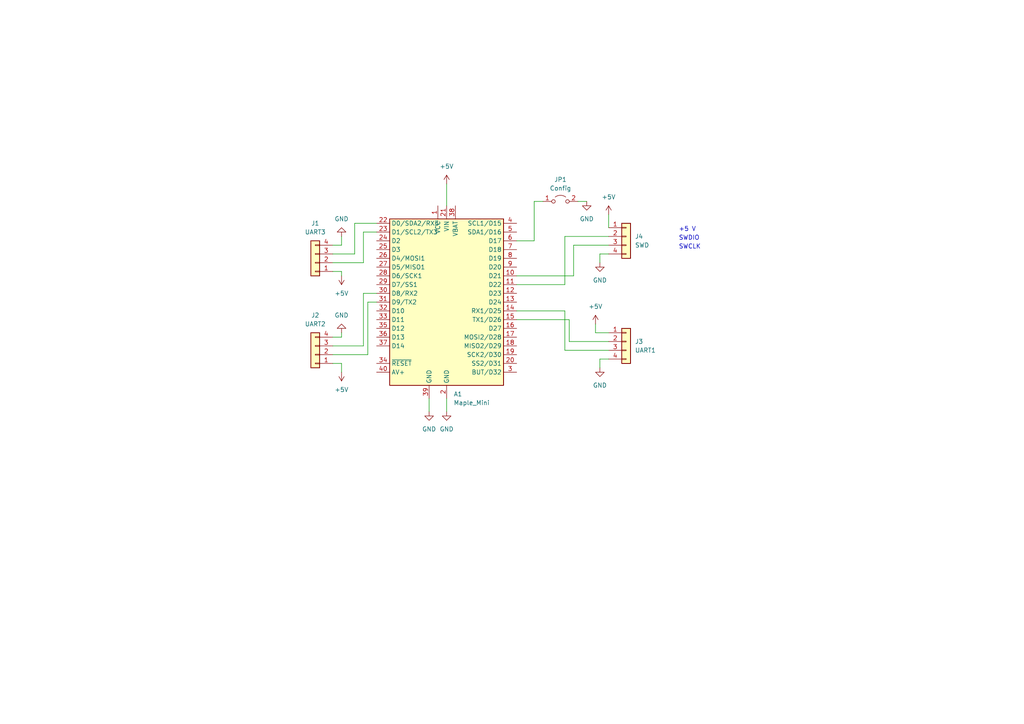
<source format=kicad_sch>
(kicad_sch (version 20211123) (generator eeschema)
  (paper "A4")
  (title_block (title "USB CDC to 3 USART ports "))
  (lib_symbols
    (symbol "Connector_Generic:Conn_01x04" (pin_names (offset 1.016) hide)
      (property "Reference" "J" (at 0 5.08 0))
      (property "Value" "Conn_01x04" (at 0 -7.62 0))
      (symbol "Conn_01x04_1_1"
        (rectangle (start -1.27 -4.953) (end 0 -5.207) (stroke (width 0.1524)))
        (rectangle (start -1.27 -2.413) (end 0 -2.667) (stroke (width 0.1524)))
        (rectangle (start -1.27 0.127) (end 0 -0.127) (stroke (width 0.1524)))
        (rectangle (start -1.27 2.667) (end 0 2.413) (stroke (width 0.1524)))
        (rectangle (start -1.27 3.81) (end 1.27 -6.35) (stroke (width 0.254)) (fill (type background)))
        (pin passive line (at -5.08 2.54 0) (length 3.81) (name "Pin_1") (number "1"))
        (pin passive line (at -5.08 0 0) (length 3.81) (name "Pin_2") (number "2"))
        (pin passive line (at -5.08 -2.54 0) (length 3.81) (name "Pin_3") (number "3"))
        (pin passive line (at -5.08 -5.08 0) (length 3.81) (name "Pin_4") (number "4"))
      )
    )
    (symbol "Jumper:Jumper_2_Open" (pin_names (offset 0) hide)
      (property "Reference" "JP" (at 0 2.794 0))
      (property "Value" "Jumper_2_Open" (at 0 -2.286 0))
      (symbol "Jumper_2_Open_0_0"
        (circle (center -2.032 0) (radius 0.508))
        (circle (center 2.032 0) (radius 0.508))
      )
      (symbol "Jumper_2_Open_0_1"
        (arc (start 1.524 1.27) (mid 0 1.778) (end -1.524 1.27))
      )
      (symbol "Jumper_2_Open_1_1"
        (pin passive line (at -5.08 0 0) (length 2.54) (name "A") (number "1"))
        (pin passive line (at 5.08 0 180) (length 2.54) (name "B") (number "2"))
      )
    )
    (symbol "MCU_Module:Maple_Mini"
      (property "Reference" "A1" (at 2.0194 -26.67 0))
      (property "Value" "Maple_Mini" (at 2.0194 -29.21 0))
      (symbol "Maple_Mini_0_1"
        (rectangle (start -16.51 24.13) (end 16.51 -24.13) (stroke (width 0.254)) (fill (type background)))
      )
      (symbol "Maple_Mini_1_1"
        (pin power_in line (at -2.54 27.94 270) (length 3.81) (name "VCC") (number "1"))
        (pin bidirectional line (at 20.32 7.62 180) (length 3.81) (name "D21") (number "10"))
        (pin bidirectional line (at 20.32 5.08 180) (length 3.81) (name "D22") (number "11"))
        (pin bidirectional line (at 20.32 2.54 180) (length 3.81) (name "D23") (number "12"))
        (pin bidirectional line (at 20.32 0 180) (length 3.81) (name "D24") (number "13"))
        (pin bidirectional line (at 20.32 -2.54 180) (length 3.81) (name "RX1/D25") (number "14"))
        (pin bidirectional line (at 20.32 -5.08 180) (length 3.81) (name "TX1/D26") (number "15"))
        (pin bidirectional line (at 20.32 -7.62 180) (length 3.81) (name "D27") (number "16"))
        (pin bidirectional line (at 20.32 -10.16 180) (length 3.81) (name "MOSI2/D28") (number "17"))
        (pin bidirectional line (at 20.32 -12.7 180) (length 3.81) (name "MISO2/D29") (number "18"))
        (pin bidirectional line (at 20.32 -15.24 180) (length 3.81) (name "SCK2/D30") (number "19"))
        (pin power_in line (at 0 -27.94 90) (length 3.81) (name "GND") (number "2"))
        (pin bidirectional line (at 20.32 -17.78 180) (length 3.81) (name "SS2/D31") (number "20"))
        (pin power_in line (at 0 27.94 270) (length 3.81) (name "VIN") (number "21"))
        (pin bidirectional line (at -20.32 22.86 0) (length 3.81) (name "D0/SDA2/RX3") (number "22"))
        (pin bidirectional line (at -20.32 20.32 0) (length 3.81) (name "D1/SCL2/TX3") (number "23"))
        (pin bidirectional line (at -20.32 17.78 0) (length 3.81) (name "D2") (number "24"))
        (pin bidirectional line (at -20.32 15.24 0) (length 3.81) (name "D3") (number "25"))
        (pin bidirectional line (at -20.32 12.7 0) (length 3.81) (name "D4/MOSI1") (number "26"))
        (pin bidirectional line (at -20.32 10.16 0) (length 3.81) (name "D5/MISO1") (number "27"))
        (pin bidirectional line (at -20.32 7.62 0) (length 3.81) (name "D6/SCK1") (number "28"))
        (pin bidirectional line (at -20.32 5.08 0) (length 3.81) (name "D7/SS1") (number "29"))
        (pin bidirectional line (at 20.32 -20.32 180) (length 3.81) (name "BUT/D32") (number "3"))
        (pin bidirectional line (at -20.32 2.54 0) (length 3.81) (name "D8/RX2") (number "30"))
        (pin bidirectional line (at -20.32 0 0) (length 3.81) (name "D9/TX2") (number "31"))
        (pin bidirectional line (at -20.32 -2.54 0) (length 3.81) (name "D10") (number "32"))
        (pin bidirectional line (at -20.32 -5.08 0) (length 3.81) (name "D11") (number "33"))
        (pin input line (at -20.32 -17.78 0) (length 3.81) (name "~{RESET}") (number "34"))
        (pin bidirectional line (at -20.32 -7.62 0) (length 3.81) (name "D12") (number "35"))
        (pin bidirectional line (at -20.32 -10.16 0) (length 3.81) (name "D13") (number "36"))
        (pin bidirectional line (at -20.32 -12.7 0) (length 3.81) (name "D14") (number "37"))
        (pin power_in line (at 2.54 27.94 270) (length 3.81) (name "VBAT") (number "38"))
        (pin power_in line (at -5.08 -27.94 90) (length 3.81) (name "GND") (number "39"))
        (pin bidirectional line (at 20.32 22.86 180) (length 3.81) (name "SCL1/D15") (number "4"))
        (pin output line (at -20.32 -20.32 0) (length 3.81) (name "AV+") (number "40"))
        (pin bidirectional line (at 20.32 20.32 180) (length 3.81) (name "SDA1/D16") (number "5"))
        (pin bidirectional line (at 20.32 17.78 180) (length 3.81) (name "D17") (number "6"))
        (pin bidirectional line (at 20.32 15.24 180) (length 3.81) (name "D18") (number "7"))
        (pin bidirectional line (at 20.32 12.7 180) (length 3.81) (name "D19") (number "8"))
        (pin bidirectional line (at 20.32 10.16 180) (length 3.81) (name "D20") (number "9"))
      )
    )
    (symbol "power:+5V" (power) (pin_names (offset 0))
      (property "Value" "+5V" (at 0 3.556 0))
      (symbol "+5V_0_1"
        (polyline (pts (xy -0.762 1.27) (xy 0 2.54)))
        (polyline (pts (xy 0 0) (xy 0 2.54)))
        (polyline (pts (xy 0 2.54) (xy 0.762 1.27)))
      )
      (symbol "+5V_1_1"
        (pin power_in line (at 0 0 90) (length 0) hide (name "+5V") (number "1"))
      )
    )
    (symbol "power:GND" (power) (pin_names (offset 0))
      (property "Value" "GND" (at 0 -3.81 0))
      (symbol "GND_0_1"
        (polyline (pts (xy 0 0) (xy 0 -1.27) (xy 1.27 -1.27) (xy 0 -2.54) (xy -1.27 -1.27) (xy 0 -1.27)))
      )
      (symbol "GND_1_1"
        (pin power_in line (at 0 0 270) (length 0) hide (name "GND") (number "1"))
      )
    )
  )
  (wire (pts (xy 96.52 78.74) (xy 99.06 78.74)))
  (wire (pts (xy 96.52 71.12) (xy 99.06 71.12)))
  (wire (pts (xy 165.1 99.06) (xy 176.53 99.06)))
  (wire (pts (xy 149.86 80.01) (xy 166.37 80.01)))
  (wire (pts (xy 166.37 71.12) (xy 176.53 71.12)))
  (wire (pts (xy 106.68 87.63) (xy 106.68 102.87)))
  (wire (pts (xy 105.41 67.31) (xy 105.41 76.2)))
  (wire (pts (xy 173.99 104.14) (xy 173.99 106.68)))
  (wire (pts (xy 102.87 73.66) (xy 96.52 73.66)))
  (wire (pts (xy 172.72 96.52) (xy 172.72 93.98)))
  (wire (pts (xy 99.06 71.12) (xy 99.06 68.58)))
  (wire (pts (xy 163.83 90.17) (xy 163.83 101.6)))
  (wire (pts (xy 173.99 73.66) (xy 173.99 76.2)))
  (wire (pts (xy 149.86 90.17) (xy 163.83 90.17)))
  (wire (pts (xy 163.83 82.55) (xy 163.83 68.58)))
  (wire (pts (xy 105.41 100.33) (xy 96.52 100.33)))
  (wire (pts (xy 176.53 73.66) (xy 173.99 73.66)))
  (wire (pts (xy 96.52 97.79) (xy 99.06 97.79)))
  (wire (pts (xy 149.86 69.85) (xy 154.94 69.85)))
  (wire (pts (xy 99.06 105.41) (xy 99.06 107.95)))
  (wire (pts (xy 149.86 92.71) (xy 165.1 92.71)))
  (wire (pts (xy 165.1 92.71) (xy 165.1 99.06)))
  (wire (pts (xy 109.22 64.77) (xy 102.87 64.77)))
  (wire (pts (xy 149.86 82.55) (xy 163.83 82.55)))
  (wire (pts (xy 99.06 78.74) (xy 99.06 80.01)))
  (wire (pts (xy 99.06 97.79) (xy 99.06 96.52)))
  (wire (pts (xy 154.94 58.42) (xy 157.48 58.42)))
  (wire (pts (xy 129.54 115.57) (xy 129.54 119.38)))
  (wire (pts (xy 163.83 68.58) (xy 176.53 68.58)))
  (wire (pts (xy 167.64 58.42) (xy 170.18 58.42)))
  (wire (pts (xy 176.53 62.23) (xy 176.53 66.04)))
  (wire (pts (xy 109.22 87.63) (xy 106.68 87.63)))
  (wire (pts (xy 106.68 102.87) (xy 96.52 102.87)))
  (wire (pts (xy 154.94 69.85) (xy 154.94 58.42)))
  (wire (pts (xy 129.54 53.34) (xy 129.54 59.69)))
  (wire (pts (xy 109.22 67.31) (xy 105.41 67.31)))
  (wire (pts (xy 176.53 96.52) (xy 172.72 96.52)))
  (wire (pts (xy 166.37 80.01) (xy 166.37 71.12)))
  (wire (pts (xy 124.46 115.57) (xy 124.46 119.38)))
  (wire (pts (xy 176.53 104.14) (xy 173.99 104.14)))
  (wire (pts (xy 109.22 85.09) (xy 105.41 85.09)))
  (wire (pts (xy 102.87 64.77) (xy 102.87 73.66)))
  (wire (pts (xy 105.41 76.2) (xy 96.52 76.2)))
  (wire (pts (xy 105.41 85.09) (xy 105.41 100.33)))
  (wire (pts (xy 163.83 101.6) (xy 176.53 101.6)))
  (wire (pts (xy 96.52 105.41) (xy 99.06 105.41)))
  (text "SWDIO" (at 196.85 69.85 0) (effects (font (size 1.27 1.27)) (justify left bottom)))
  (text "SWCLK\n" (at 196.85 72.39 0) (effects (font (size 1.27 1.27)) (justify left bottom)))
  (text "+5 V" (at 196.85 67.31 0) (effects (font (size 1.27 1.27)) (justify left bottom)))
  (symbol (lib_id "power:+5V") (at 172.72 93.98 0) (unit 1)
    (property "Reference" "#PWR0102" (effects hide))
    (property "Value" "+5V" (at 172.72 88.9 0))
  )
  (symbol (lib_id "power:GND") (at 99.06 96.52 180) (unit 1)
    (property "Reference" "#PWR0108" (effects hide))
    (property "Value" "GND" (at 99.06 91.44 0))
  )
  (symbol (lib_id "power:GND") (at 173.99 106.68 0) (unit 1)
    (property "Reference" "#PWR0101" (effects hide))
    (property "Value" "GND" (at 173.99 111.76 0))
  )
  (symbol (lib_id "power:+5V") (at 176.53 62.23 0) (unit 1)
    (property "Reference" "#PWR0112" (effects hide))
    (property "Value" "+5V" (at 176.53 57.15 0))
  )
  (symbol (lib_id "Connector_Generic:Conn_01x04") (at 91.44 102.87 180) (unit 1)
    (property "Reference" "J2" (at 91.44 91.44 0))
    (property "Value" "UART2" (at 91.44 93.98 0))
    (property "Footprint" "Connector_JST:JST_XH_S4B-XH-A_1x04_P2.50mm_Horizontal" (effects hide))
  )
  (symbol (lib_id "power:+5V") (at 129.54 53.34 0) (unit 1)
    (property "Reference" "#PWR0104" (effects hide))
    (property "Value" "+5V" (at 129.54 48.26 0))
  )
  (symbol (lib_id "power:GND") (at 124.46 119.38 0) (unit 1)
    (property "Reference" "#PWR0110" (effects hide))
    (property "Value" "GND" (at 124.46 124.46 0))
  )
  (symbol (lib_id "Connector_Generic:Conn_01x04") (at 91.44 76.2 180) (unit 1)
    (property "Reference" "J1" (at 91.44 64.77 0))
    (property "Value" "UART3" (at 91.44 67.31 0))
    (property "Footprint" "Connector_JST:JST_XH_S4B-XH-A_1x04_P2.50mm_Horizontal" (effects hide))
  )
  (symbol (lib_id "power:GND") (at 170.18 58.42 0) (unit 1)
    (property "Reference" "#PWR0111" (effects hide))
    (property "Value" "GND" (at 170.18 63.5 0))
  )
  (symbol (lib_id "power:GND") (at 99.06 68.58 180) (unit 1)
    (property "Reference" "#PWR0106" (effects hide))
    (property "Value" "GND" (at 99.06 63.5 0))
  )
  (symbol (lib_id "Connector_Generic:Conn_01x04") (at 181.61 68.58 0) (unit 1)
    (property "Reference" "J4" (at 184.15 68.5799 0) (effects (justify left)))
    (property "Value" "SWD" (at 184.15 71.1199 0) (effects (justify left)))
    (property "Footprint" "Connector_JST:JST_XH_S4B-XH-A_1x04_P2.50mm_Horizontal" (effects hide))
  )
  (symbol (lib_id "power:+5V") (at 99.06 80.01 180) (unit 1)
    (property "Reference" "#PWR0105" (effects hide))
    (property "Value" "+5V" (at 99.06 85.09 0))
  )
  (symbol (lib_id "MCU_Module:Maple_Mini") (at 129.54 87.63 0) (unit 1)
    (property "Reference" "A1" (at 131.5594 114.3 0) (effects (justify left)))
    (property "Value" "Maple_Mini" (at 131.5594 116.84 0) (effects (justify left)))
    (property "Footprint" "Module:Maple_Mini" (effects hide))
    (property "Datasheet" "http://docs.leaflabs.com/static.leaflabs.com/pub/leaflabs/maple-docs/0.0.12/hardware/maple-mini.html" (effects hide))
  )
  (symbol (lib_id "power:+5V") (at 99.06 107.95 180) (unit 1)
    (property "Reference" "#PWR0107" (effects hide))
    (property "Value" "+5V" (at 99.06 113.03 0))
  )
  (symbol (lib_id "power:GND") (at 129.54 119.38 0) (unit 1)
    (property "Reference" "#PWR0103" (effects hide))
    (property "Value" "GND" (at 129.54 124.46 0))
  )
  (symbol (lib_id "power:GND") (at 173.99 76.2 0) (unit 1)
    (property "Reference" "#PWR0109" (effects hide))
    (property "Value" "GND" (at 173.99 81.28 0))
  )
  (symbol (lib_id "Jumper:Jumper_2_Open") (at 162.56 58.42 0) (unit 1)
    (property "Reference" "JP1" (at 162.56 52.07 0))
    (property "Value" "Config" (at 162.56 54.61 0))
    (property "Footprint" "TestPoint:TestPoint_2Pads_Pitch2.54mm_Drill0.8mm" (effects hide))
  )
  (symbol (lib_id "Connector_Generic:Conn_01x04") (at 181.61 99.06 0) (unit 1)
    (property "Reference" "J3" (at 184.15 99.0599 0) (effects (justify left)))
    (property "Value" "UART1" (at 184.15 101.5999 0) (effects (justify left)))
    (property "Footprint" "Connector_JST:JST_XH_S4B-XH-A_1x04_P2.50mm_Horizontal" (effects hide))
  )
)
</source>
